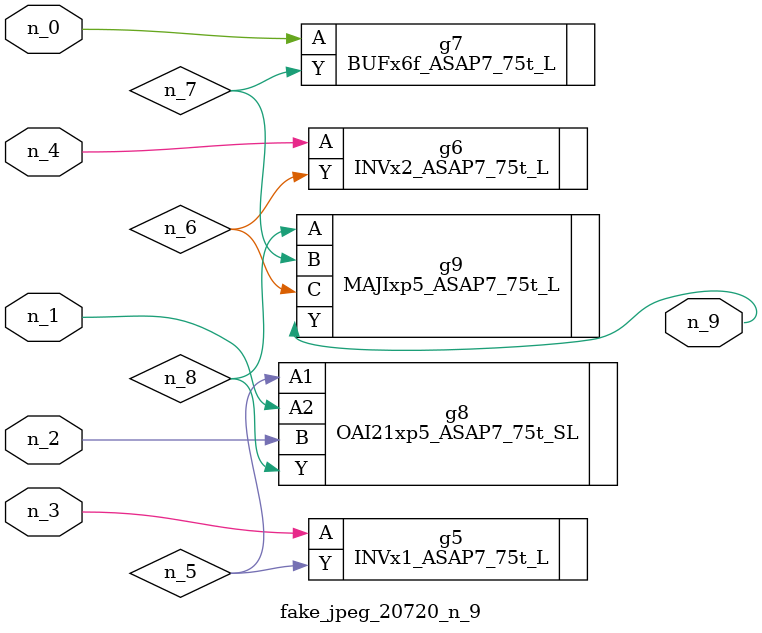
<source format=v>
module fake_jpeg_20720_n_9 (n_3, n_2, n_1, n_0, n_4, n_9);

input n_3;
input n_2;
input n_1;
input n_0;
input n_4;

output n_9;

wire n_8;
wire n_6;
wire n_5;
wire n_7;

INVx1_ASAP7_75t_L g5 ( 
.A(n_3),
.Y(n_5)
);

INVx2_ASAP7_75t_L g6 ( 
.A(n_4),
.Y(n_6)
);

BUFx6f_ASAP7_75t_L g7 ( 
.A(n_0),
.Y(n_7)
);

OAI21xp5_ASAP7_75t_SL g8 ( 
.A1(n_5),
.A2(n_1),
.B(n_2),
.Y(n_8)
);

MAJIxp5_ASAP7_75t_L g9 ( 
.A(n_8),
.B(n_7),
.C(n_6),
.Y(n_9)
);


endmodule
</source>
